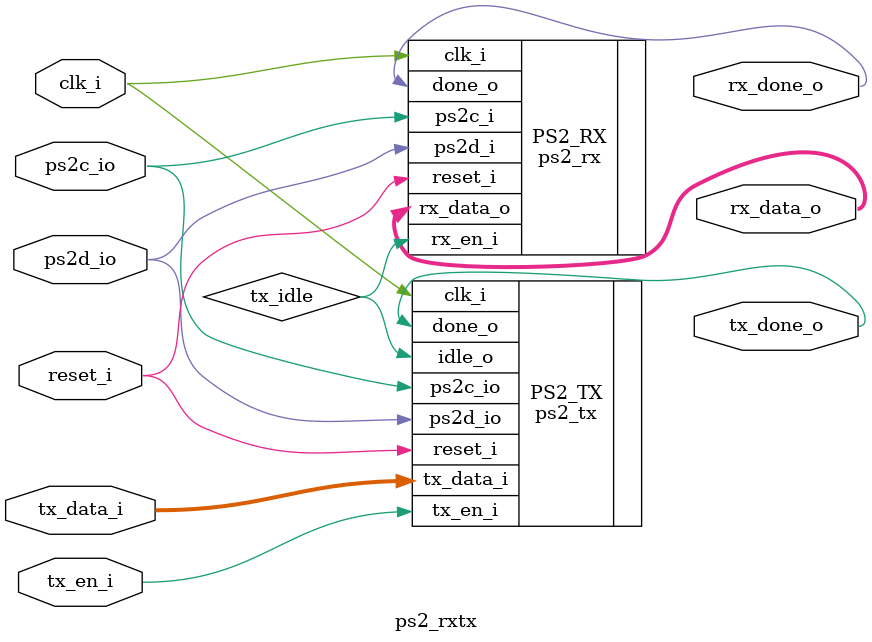
<source format=sv>
`timescale 1ns/1ps
`default_nettype none

module ps2_rxtx
    (
        input wire clk_i, reset_i,
        input wire tx_en_i,
        input wire [7:0] tx_data_i,
        inout wire ps2d_io, ps2c_io,
        output logic [7:0] rx_data_o,
        output logic rx_done_o, tx_done_o
    );

    // Declarations
    logic tx_idle;

    ps2_rx PS2_RX (
        .clk_i(clk_i),
        .reset_i(reset_i),
        .rx_en_i(tx_idle),
        .ps2d_i(ps2d_io),
        .ps2c_i(ps2c_io),
        .rx_data_o(rx_data_o),
        .done_o(rx_done_o)
    );

    ps2_tx PS2_TX (
        .clk_i(clk_i),
        .reset_i(reset_i),
        .tx_en_i(tx_en_i),
        .ps2d_io(ps2d_io),
        .ps2c_io(ps2c_io),
        .tx_data_i(tx_data_i),
        .idle_o(tx_idle),
        .done_o(tx_done_o)
    );

endmodule

</source>
